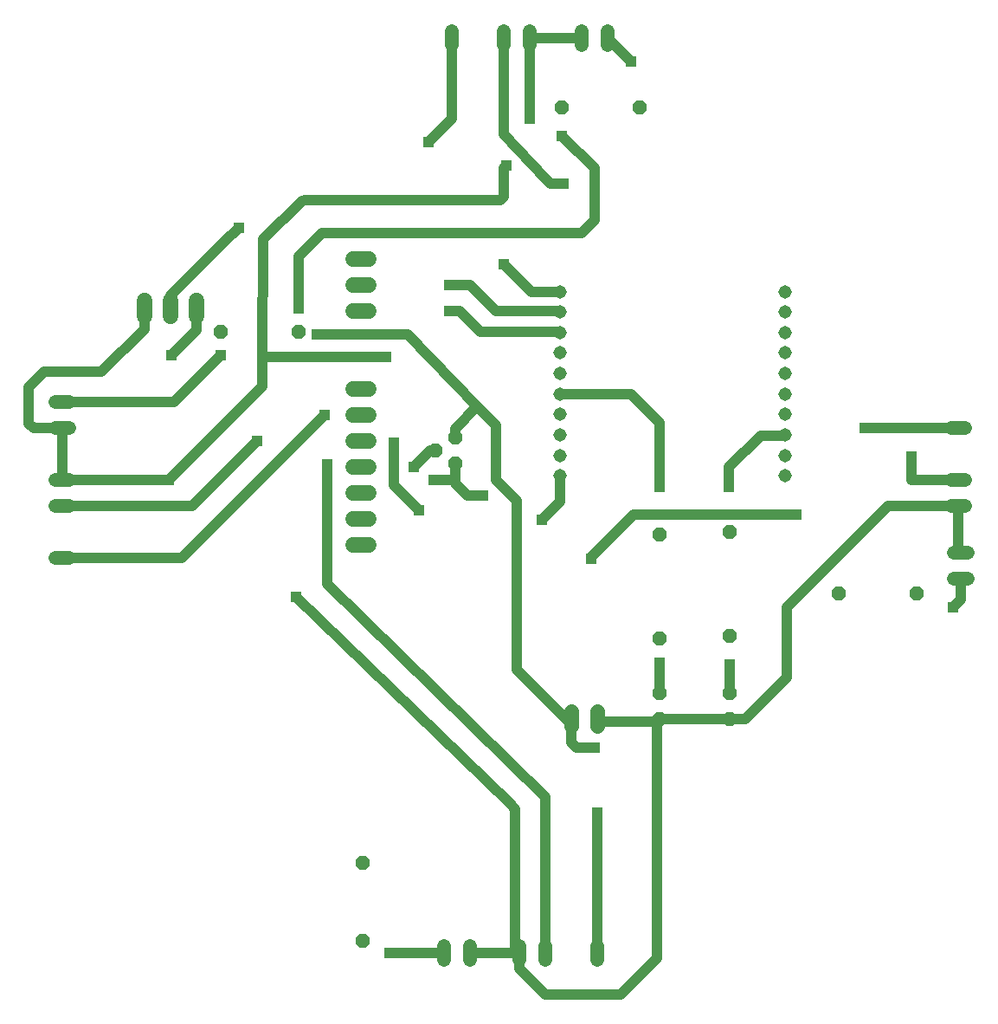
<source format=gbl>
G75*
%MOIN*%
%OFA0B0*%
%FSLAX24Y24*%
%IPPOS*%
%LPD*%
%AMOC8*
5,1,8,0,0,1.08239X$1,22.5*
%
%ADD10C,0.0520*%
%ADD11C,0.0560*%
%ADD12OC8,0.0520*%
%ADD13C,0.0600*%
%ADD14C,0.0515*%
%ADD15C,0.0400*%
%ADD16R,0.0396X0.0396*%
D10*
X005437Y017967D02*
X005957Y017967D01*
X005957Y019967D02*
X005437Y019967D01*
X005437Y020967D02*
X005957Y020967D01*
X005957Y022967D02*
X005437Y022967D01*
X005437Y023967D02*
X005957Y023967D01*
X020697Y037707D02*
X020697Y038227D01*
X022697Y038227D02*
X022697Y037707D01*
X023697Y037707D02*
X023697Y038227D01*
X025697Y038227D02*
X025697Y037707D01*
X026697Y037707D02*
X026697Y038227D01*
X039937Y022967D02*
X040457Y022967D01*
X040457Y020967D02*
X039937Y020967D01*
X039937Y019967D02*
X040457Y019967D01*
X040557Y018167D02*
X040037Y018167D01*
X040037Y017167D02*
X040557Y017167D01*
X026297Y003027D02*
X026297Y002507D01*
X024297Y002507D02*
X024297Y003027D01*
X023297Y003027D02*
X023297Y002507D01*
X021397Y002507D02*
X021397Y003027D01*
X020397Y003027D02*
X020397Y002507D01*
D11*
X025297Y011487D02*
X025297Y012047D01*
X026297Y012047D02*
X026297Y011487D01*
D12*
X017268Y003239D03*
X017268Y006239D03*
X028697Y011767D03*
X028697Y012767D03*
X028697Y014867D03*
X031397Y014967D03*
X031397Y012767D03*
X031397Y011767D03*
X035590Y016597D03*
X038590Y016597D03*
X031397Y018967D03*
X028697Y018867D03*
X020827Y021587D03*
X020077Y022087D03*
X020827Y022587D03*
X014795Y026662D03*
X011795Y026662D03*
X024949Y035286D03*
X027949Y035286D03*
D13*
X017497Y029467D02*
X016897Y029467D01*
X016897Y028467D02*
X017497Y028467D01*
X017497Y027467D02*
X016897Y027467D01*
X016897Y024467D02*
X017497Y024467D01*
X017497Y023467D02*
X016897Y023467D01*
X016897Y022467D02*
X017497Y022467D01*
X017497Y021467D02*
X016897Y021467D01*
X016897Y020467D02*
X017497Y020467D01*
X017497Y019467D02*
X016897Y019467D01*
X016897Y018467D02*
X017497Y018467D01*
X010875Y027250D02*
X010875Y027850D01*
X009875Y027850D02*
X009875Y027250D01*
X008875Y027250D02*
X008875Y027850D01*
D14*
X024866Y028210D03*
X024866Y027423D03*
X024866Y026636D03*
X024866Y025848D03*
X024866Y025061D03*
X024866Y024273D03*
X024866Y023486D03*
X024866Y022698D03*
X024866Y021911D03*
X024866Y021124D03*
X033527Y021124D03*
X033527Y021911D03*
X033527Y022698D03*
X033527Y023486D03*
X033527Y024273D03*
X033527Y025061D03*
X033527Y025848D03*
X033527Y026636D03*
X033527Y027423D03*
X033527Y028210D03*
D15*
X028709Y023155D02*
X028709Y020711D01*
X027709Y019621D02*
X033968Y019621D01*
X033972Y019624D01*
X031378Y020684D02*
X031378Y021448D01*
X032597Y022667D01*
X033496Y022667D01*
X033527Y022698D01*
X036597Y022967D02*
X040197Y022967D01*
X040197Y020967D02*
X038397Y020967D01*
X038397Y021867D01*
X037497Y019967D02*
X033597Y016067D01*
X033597Y013367D01*
X031997Y011767D01*
X031397Y011767D01*
X028697Y011767D01*
X028597Y011667D01*
X026397Y011667D01*
X026297Y011767D01*
X025297Y011767D02*
X025297Y011567D01*
X023197Y013667D01*
X023197Y020167D01*
X022397Y020967D01*
X022397Y023067D01*
X021684Y023800D01*
X020827Y022943D01*
X020827Y022587D01*
X020077Y022087D02*
X019867Y022087D01*
X019247Y021467D01*
X020017Y020947D02*
X020737Y020947D01*
X020827Y021037D01*
X020827Y020837D01*
X021297Y020367D01*
X021897Y020367D01*
X020827Y021037D02*
X020827Y021587D01*
X019437Y019807D02*
X018477Y020767D01*
X018477Y022397D01*
X015897Y021567D02*
X015887Y016957D01*
X024297Y008767D01*
X024297Y002767D01*
X023297Y002767D02*
X023297Y002167D01*
X024297Y001167D01*
X027197Y001167D01*
X028597Y002567D01*
X028597Y011667D01*
X028697Y012767D02*
X028697Y013916D01*
X028693Y013920D01*
X031386Y013876D02*
X031397Y013865D01*
X031397Y012767D01*
X026197Y010667D02*
X025497Y010667D01*
X025297Y010867D01*
X025297Y011567D01*
X022927Y008527D02*
X022927Y008517D01*
X023137Y008307D01*
X023137Y002927D01*
X023297Y002767D01*
X021397Y002767D01*
X020397Y002767D02*
X019367Y002767D01*
X019311Y002766D01*
X018315Y002766D01*
X022927Y008527D02*
X014697Y016457D01*
X010697Y019967D02*
X013197Y022467D01*
X013397Y024567D02*
X009797Y020967D01*
X005697Y020967D01*
X005697Y022967D01*
X005677Y022947D01*
X004614Y022947D01*
X004417Y023144D01*
X004417Y024522D01*
X005008Y025113D01*
X007212Y025113D01*
X008875Y026775D01*
X008875Y027550D01*
X009875Y027550D02*
X009875Y028050D01*
X011937Y030113D01*
X011942Y030113D01*
X012497Y030667D01*
X013437Y030237D02*
X013405Y025728D01*
X013436Y025697D01*
X018177Y025697D01*
X018997Y026567D02*
X015486Y026547D01*
X014795Y027551D02*
X014797Y027795D01*
X014797Y029567D01*
X015697Y030467D01*
X025697Y030467D01*
X026197Y030967D01*
X026197Y032955D01*
X024949Y034203D01*
X023697Y034867D02*
X023697Y037967D01*
X025697Y037967D01*
X026697Y037967D02*
X027535Y037128D01*
X027590Y037061D01*
X022697Y037967D02*
X022697Y034267D01*
X024297Y032567D01*
X024497Y032367D01*
X024997Y032367D01*
X024507Y032357D02*
X024497Y032367D01*
X022797Y033067D02*
X022697Y032967D01*
X022697Y031867D01*
X022557Y031727D01*
X015057Y031727D01*
X014947Y031707D01*
X013437Y030237D01*
X010875Y027550D02*
X010875Y026745D01*
X009897Y025767D01*
X009997Y023967D02*
X011797Y025767D01*
X013405Y025728D02*
X013397Y024567D01*
X015797Y023467D02*
X010297Y017967D01*
X005697Y017967D01*
X005697Y019967D02*
X010697Y019967D01*
X009997Y023967D02*
X005697Y023967D01*
X018997Y026567D02*
X021684Y023800D01*
X021797Y026667D02*
X024835Y026667D01*
X024866Y026636D01*
X024866Y027423D02*
X024822Y027467D01*
X022397Y027467D01*
X021397Y028467D01*
X021389Y028459D01*
X020598Y028459D01*
X020598Y027475D02*
X020989Y027475D01*
X020997Y027467D01*
X021148Y027316D01*
X021797Y026667D01*
X023753Y028210D02*
X022697Y029267D01*
X023753Y028210D02*
X024866Y028210D01*
X024866Y024273D02*
X024872Y024267D01*
X027597Y024267D01*
X028709Y023155D01*
X027709Y019621D02*
X026067Y017979D01*
X026067Y017937D01*
X024157Y019427D02*
X024866Y020136D01*
X024866Y021124D01*
X037497Y019967D02*
X040197Y019967D01*
X040197Y018267D01*
X040297Y018167D01*
X040297Y017167D02*
X040297Y016367D01*
X039997Y016067D01*
X026297Y008167D02*
X026297Y002767D01*
X019797Y033967D02*
X020697Y034867D01*
X020697Y037967D01*
D16*
X023697Y034867D03*
X024949Y034203D03*
X024997Y032367D03*
X022797Y033067D03*
X019797Y033967D03*
X022697Y029267D03*
X020598Y028459D03*
X020598Y027475D03*
X018177Y025697D03*
X015486Y026547D03*
X014795Y027551D03*
X011797Y025767D03*
X009897Y025767D03*
X013197Y022467D03*
X015797Y023467D03*
X015897Y021567D03*
X018477Y022397D03*
X019247Y021467D03*
X020017Y020947D03*
X019437Y019807D03*
X021897Y020367D03*
X024157Y019427D03*
X026067Y017937D03*
X028709Y020711D03*
X031378Y020684D03*
X033972Y019624D03*
X036597Y022967D03*
X038397Y021867D03*
X039997Y016067D03*
X031386Y013876D03*
X028693Y013920D03*
X026197Y010667D03*
X026297Y008167D03*
X018315Y002766D03*
X014697Y016457D03*
X009797Y020967D03*
X012497Y030667D03*
X027590Y037061D03*
M02*

</source>
